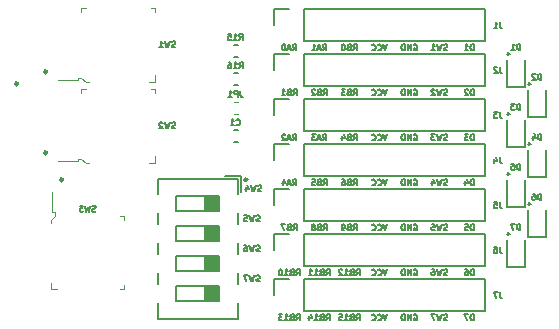
<source format=gbo>
%TF.GenerationSoftware,KiCad,Pcbnew,(5.1.6)-1*%
%TF.CreationDate,2020-07-31T18:02:46-07:00*%
%TF.ProjectId,dspic33ev256gm102,64737069-6333-4336-9576-323536676d31,rev?*%
%TF.SameCoordinates,Original*%
%TF.FileFunction,Legend,Bot*%
%TF.FilePolarity,Positive*%
%FSLAX46Y46*%
G04 Gerber Fmt 4.6, Leading zero omitted, Abs format (unit mm)*
G04 Created by KiCad (PCBNEW (5.1.6)-1) date 2020-07-31 18:02:46*
%MOMM*%
%LPD*%
G01*
G04 APERTURE LIST*
%ADD10C,0.254000*%
%ADD11C,0.127000*%
%ADD12C,0.120000*%
%ADD13C,0.100000*%
G04 APERTURE END LIST*
D10*
X172085000Y-89281000D02*
G75*
G03*
X172085000Y-89281000I-127000J0D01*
G01*
X155130500Y-86995000D02*
G75*
G03*
X155130500Y-86995000I-127000J0D01*
G01*
X155130500Y-80137000D02*
G75*
G03*
X155130500Y-80137000I-127000J0D01*
G01*
X156464000Y-89281000D02*
G75*
G03*
X156464000Y-89281000I-127000J0D01*
G01*
X152654000Y-81153000D02*
G75*
G03*
X152654000Y-81153000I-127000J0D01*
G01*
D11*
X194056000Y-93853000D02*
X194310000Y-93853000D01*
X194183000Y-93980000D02*
X194183000Y-93726000D01*
X195834000Y-91313000D02*
X196088000Y-91313000D01*
X195961000Y-91440000D02*
X195961000Y-91186000D01*
X194056000Y-88773000D02*
X194310000Y-88773000D01*
X194183000Y-88900000D02*
X194183000Y-88646000D01*
X195834000Y-86233000D02*
X196088000Y-86233000D01*
X195961000Y-86360000D02*
X195961000Y-86106000D01*
X194056000Y-83693000D02*
X194310000Y-83693000D01*
X194183000Y-83820000D02*
X194183000Y-83566000D01*
X194056000Y-78613000D02*
X194310000Y-78613000D01*
X194183000Y-78740000D02*
X194183000Y-78486000D01*
X195961000Y-81280000D02*
X195961000Y-81026000D01*
X195834000Y-81153000D02*
X196088000Y-81153000D01*
X173143333Y-97868619D02*
X173070761Y-97892809D01*
X172949809Y-97892809D01*
X172901428Y-97868619D01*
X172877238Y-97844428D01*
X172853047Y-97796047D01*
X172853047Y-97747666D01*
X172877238Y-97699285D01*
X172901428Y-97675095D01*
X172949809Y-97650904D01*
X173046571Y-97626714D01*
X173094952Y-97602523D01*
X173119142Y-97578333D01*
X173143333Y-97529952D01*
X173143333Y-97481571D01*
X173119142Y-97433190D01*
X173094952Y-97409000D01*
X173046571Y-97384809D01*
X172925619Y-97384809D01*
X172853047Y-97409000D01*
X172683714Y-97384809D02*
X172562761Y-97892809D01*
X172466000Y-97529952D01*
X172369238Y-97892809D01*
X172248285Y-97384809D01*
X172103142Y-97384809D02*
X171764476Y-97384809D01*
X171982190Y-97892809D01*
X173143333Y-95328619D02*
X173070761Y-95352809D01*
X172949809Y-95352809D01*
X172901428Y-95328619D01*
X172877238Y-95304428D01*
X172853047Y-95256047D01*
X172853047Y-95207666D01*
X172877238Y-95159285D01*
X172901428Y-95135095D01*
X172949809Y-95110904D01*
X173046571Y-95086714D01*
X173094952Y-95062523D01*
X173119142Y-95038333D01*
X173143333Y-94989952D01*
X173143333Y-94941571D01*
X173119142Y-94893190D01*
X173094952Y-94869000D01*
X173046571Y-94844809D01*
X172925619Y-94844809D01*
X172853047Y-94869000D01*
X172683714Y-94844809D02*
X172562761Y-95352809D01*
X172466000Y-94989952D01*
X172369238Y-95352809D01*
X172248285Y-94844809D01*
X171837047Y-94844809D02*
X171933809Y-94844809D01*
X171982190Y-94869000D01*
X172006380Y-94893190D01*
X172054761Y-94965761D01*
X172078952Y-95062523D01*
X172078952Y-95256047D01*
X172054761Y-95304428D01*
X172030571Y-95328619D01*
X171982190Y-95352809D01*
X171885428Y-95352809D01*
X171837047Y-95328619D01*
X171812857Y-95304428D01*
X171788666Y-95256047D01*
X171788666Y-95135095D01*
X171812857Y-95086714D01*
X171837047Y-95062523D01*
X171885428Y-95038333D01*
X171982190Y-95038333D01*
X172030571Y-95062523D01*
X172054761Y-95086714D01*
X172078952Y-95135095D01*
X173143333Y-92788619D02*
X173070761Y-92812809D01*
X172949809Y-92812809D01*
X172901428Y-92788619D01*
X172877238Y-92764428D01*
X172853047Y-92716047D01*
X172853047Y-92667666D01*
X172877238Y-92619285D01*
X172901428Y-92595095D01*
X172949809Y-92570904D01*
X173046571Y-92546714D01*
X173094952Y-92522523D01*
X173119142Y-92498333D01*
X173143333Y-92449952D01*
X173143333Y-92401571D01*
X173119142Y-92353190D01*
X173094952Y-92329000D01*
X173046571Y-92304809D01*
X172925619Y-92304809D01*
X172853047Y-92329000D01*
X172683714Y-92304809D02*
X172562761Y-92812809D01*
X172466000Y-92449952D01*
X172369238Y-92812809D01*
X172248285Y-92304809D01*
X171812857Y-92304809D02*
X172054761Y-92304809D01*
X172078952Y-92546714D01*
X172054761Y-92522523D01*
X172006380Y-92498333D01*
X171885428Y-92498333D01*
X171837047Y-92522523D01*
X171812857Y-92546714D01*
X171788666Y-92595095D01*
X171788666Y-92716047D01*
X171812857Y-92764428D01*
X171837047Y-92788619D01*
X171885428Y-92812809D01*
X172006380Y-92812809D01*
X172054761Y-92788619D01*
X172078952Y-92764428D01*
X173270333Y-90248619D02*
X173197761Y-90272809D01*
X173076809Y-90272809D01*
X173028428Y-90248619D01*
X173004238Y-90224428D01*
X172980047Y-90176047D01*
X172980047Y-90127666D01*
X173004238Y-90079285D01*
X173028428Y-90055095D01*
X173076809Y-90030904D01*
X173173571Y-90006714D01*
X173221952Y-89982523D01*
X173246142Y-89958333D01*
X173270333Y-89909952D01*
X173270333Y-89861571D01*
X173246142Y-89813190D01*
X173221952Y-89789000D01*
X173173571Y-89764809D01*
X173052619Y-89764809D01*
X172980047Y-89789000D01*
X172810714Y-89764809D02*
X172689761Y-90272809D01*
X172593000Y-89909952D01*
X172496238Y-90272809D01*
X172375285Y-89764809D01*
X171964047Y-89934142D02*
X171964047Y-90272809D01*
X172085000Y-89740619D02*
X172205952Y-90103476D01*
X171891476Y-90103476D01*
X178761571Y-101194809D02*
X178930904Y-100952904D01*
X179051857Y-101194809D02*
X179051857Y-100686809D01*
X178858333Y-100686809D01*
X178809952Y-100711000D01*
X178785761Y-100735190D01*
X178761571Y-100783571D01*
X178761571Y-100856142D01*
X178785761Y-100904523D01*
X178809952Y-100928714D01*
X178858333Y-100952904D01*
X179051857Y-100952904D01*
X178374523Y-100928714D02*
X178301952Y-100952904D01*
X178277761Y-100977095D01*
X178253571Y-101025476D01*
X178253571Y-101098047D01*
X178277761Y-101146428D01*
X178301952Y-101170619D01*
X178350333Y-101194809D01*
X178543857Y-101194809D01*
X178543857Y-100686809D01*
X178374523Y-100686809D01*
X178326142Y-100711000D01*
X178301952Y-100735190D01*
X178277761Y-100783571D01*
X178277761Y-100831952D01*
X178301952Y-100880333D01*
X178326142Y-100904523D01*
X178374523Y-100928714D01*
X178543857Y-100928714D01*
X177769761Y-101194809D02*
X178060047Y-101194809D01*
X177914904Y-101194809D02*
X177914904Y-100686809D01*
X177963285Y-100759380D01*
X178011666Y-100807761D01*
X178060047Y-100831952D01*
X177334333Y-100856142D02*
X177334333Y-101194809D01*
X177455285Y-100662619D02*
X177576238Y-101025476D01*
X177261761Y-101025476D01*
X189018333Y-101170619D02*
X188945761Y-101194809D01*
X188824809Y-101194809D01*
X188776428Y-101170619D01*
X188752238Y-101146428D01*
X188728047Y-101098047D01*
X188728047Y-101049666D01*
X188752238Y-101001285D01*
X188776428Y-100977095D01*
X188824809Y-100952904D01*
X188921571Y-100928714D01*
X188969952Y-100904523D01*
X188994142Y-100880333D01*
X189018333Y-100831952D01*
X189018333Y-100783571D01*
X188994142Y-100735190D01*
X188969952Y-100711000D01*
X188921571Y-100686809D01*
X188800619Y-100686809D01*
X188728047Y-100711000D01*
X188558714Y-100686809D02*
X188437761Y-101194809D01*
X188341000Y-100831952D01*
X188244238Y-101194809D01*
X188123285Y-100686809D01*
X187978142Y-100686809D02*
X187639476Y-100686809D01*
X187857190Y-101194809D01*
X176221571Y-101194809D02*
X176390904Y-100952904D01*
X176511857Y-101194809D02*
X176511857Y-100686809D01*
X176318333Y-100686809D01*
X176269952Y-100711000D01*
X176245761Y-100735190D01*
X176221571Y-100783571D01*
X176221571Y-100856142D01*
X176245761Y-100904523D01*
X176269952Y-100928714D01*
X176318333Y-100952904D01*
X176511857Y-100952904D01*
X175834523Y-100928714D02*
X175761952Y-100952904D01*
X175737761Y-100977095D01*
X175713571Y-101025476D01*
X175713571Y-101098047D01*
X175737761Y-101146428D01*
X175761952Y-101170619D01*
X175810333Y-101194809D01*
X176003857Y-101194809D01*
X176003857Y-100686809D01*
X175834523Y-100686809D01*
X175786142Y-100711000D01*
X175761952Y-100735190D01*
X175737761Y-100783571D01*
X175737761Y-100831952D01*
X175761952Y-100880333D01*
X175786142Y-100904523D01*
X175834523Y-100928714D01*
X176003857Y-100928714D01*
X175229761Y-101194809D02*
X175520047Y-101194809D01*
X175374904Y-101194809D02*
X175374904Y-100686809D01*
X175423285Y-100759380D01*
X175471666Y-100807761D01*
X175520047Y-100831952D01*
X175060428Y-100686809D02*
X174745952Y-100686809D01*
X174915285Y-100880333D01*
X174842714Y-100880333D01*
X174794333Y-100904523D01*
X174770142Y-100928714D01*
X174745952Y-100977095D01*
X174745952Y-101098047D01*
X174770142Y-101146428D01*
X174794333Y-101170619D01*
X174842714Y-101194809D01*
X174987857Y-101194809D01*
X175036238Y-101170619D01*
X175060428Y-101146428D01*
X181301571Y-101194809D02*
X181470904Y-100952904D01*
X181591857Y-101194809D02*
X181591857Y-100686809D01*
X181398333Y-100686809D01*
X181349952Y-100711000D01*
X181325761Y-100735190D01*
X181301571Y-100783571D01*
X181301571Y-100856142D01*
X181325761Y-100904523D01*
X181349952Y-100928714D01*
X181398333Y-100952904D01*
X181591857Y-100952904D01*
X180914523Y-100928714D02*
X180841952Y-100952904D01*
X180817761Y-100977095D01*
X180793571Y-101025476D01*
X180793571Y-101098047D01*
X180817761Y-101146428D01*
X180841952Y-101170619D01*
X180890333Y-101194809D01*
X181083857Y-101194809D01*
X181083857Y-100686809D01*
X180914523Y-100686809D01*
X180866142Y-100711000D01*
X180841952Y-100735190D01*
X180817761Y-100783571D01*
X180817761Y-100831952D01*
X180841952Y-100880333D01*
X180866142Y-100904523D01*
X180914523Y-100928714D01*
X181083857Y-100928714D01*
X180309761Y-101194809D02*
X180600047Y-101194809D01*
X180454904Y-101194809D02*
X180454904Y-100686809D01*
X180503285Y-100759380D01*
X180551666Y-100807761D01*
X180600047Y-100831952D01*
X179850142Y-100686809D02*
X180092047Y-100686809D01*
X180116238Y-100928714D01*
X180092047Y-100904523D01*
X180043666Y-100880333D01*
X179922714Y-100880333D01*
X179874333Y-100904523D01*
X179850142Y-100928714D01*
X179825952Y-100977095D01*
X179825952Y-101098047D01*
X179850142Y-101146428D01*
X179874333Y-101170619D01*
X179922714Y-101194809D01*
X180043666Y-101194809D01*
X180092047Y-101170619D01*
X180116238Y-101146428D01*
X183938333Y-100686809D02*
X183769000Y-101194809D01*
X183599666Y-100686809D01*
X183140047Y-101146428D02*
X183164238Y-101170619D01*
X183236809Y-101194809D01*
X183285190Y-101194809D01*
X183357761Y-101170619D01*
X183406142Y-101122238D01*
X183430333Y-101073857D01*
X183454523Y-100977095D01*
X183454523Y-100904523D01*
X183430333Y-100807761D01*
X183406142Y-100759380D01*
X183357761Y-100711000D01*
X183285190Y-100686809D01*
X183236809Y-100686809D01*
X183164238Y-100711000D01*
X183140047Y-100735190D01*
X182632047Y-101146428D02*
X182656238Y-101170619D01*
X182728809Y-101194809D01*
X182777190Y-101194809D01*
X182849761Y-101170619D01*
X182898142Y-101122238D01*
X182922333Y-101073857D01*
X182946523Y-100977095D01*
X182946523Y-100904523D01*
X182922333Y-100807761D01*
X182898142Y-100759380D01*
X182849761Y-100711000D01*
X182777190Y-100686809D01*
X182728809Y-100686809D01*
X182656238Y-100711000D01*
X182632047Y-100735190D01*
X186188047Y-100711000D02*
X186236428Y-100686809D01*
X186309000Y-100686809D01*
X186381571Y-100711000D01*
X186429952Y-100759380D01*
X186454142Y-100807761D01*
X186478333Y-100904523D01*
X186478333Y-100977095D01*
X186454142Y-101073857D01*
X186429952Y-101122238D01*
X186381571Y-101170619D01*
X186309000Y-101194809D01*
X186260619Y-101194809D01*
X186188047Y-101170619D01*
X186163857Y-101146428D01*
X186163857Y-100977095D01*
X186260619Y-100977095D01*
X185946142Y-101194809D02*
X185946142Y-100686809D01*
X185655857Y-101194809D01*
X185655857Y-100686809D01*
X185413952Y-101194809D02*
X185413952Y-100686809D01*
X185293000Y-100686809D01*
X185220428Y-100711000D01*
X185172047Y-100759380D01*
X185147857Y-100807761D01*
X185123666Y-100904523D01*
X185123666Y-100977095D01*
X185147857Y-101073857D01*
X185172047Y-101122238D01*
X185220428Y-101170619D01*
X185293000Y-101194809D01*
X185413952Y-101194809D01*
X191255952Y-101194809D02*
X191255952Y-100686809D01*
X191135000Y-100686809D01*
X191062428Y-100711000D01*
X191014047Y-100759380D01*
X190989857Y-100807761D01*
X190965666Y-100904523D01*
X190965666Y-100977095D01*
X190989857Y-101073857D01*
X191014047Y-101122238D01*
X191062428Y-101170619D01*
X191135000Y-101194809D01*
X191255952Y-101194809D01*
X190796333Y-100686809D02*
X190457666Y-100686809D01*
X190675380Y-101194809D01*
X178761571Y-97384809D02*
X178930904Y-97142904D01*
X179051857Y-97384809D02*
X179051857Y-96876809D01*
X178858333Y-96876809D01*
X178809952Y-96901000D01*
X178785761Y-96925190D01*
X178761571Y-96973571D01*
X178761571Y-97046142D01*
X178785761Y-97094523D01*
X178809952Y-97118714D01*
X178858333Y-97142904D01*
X179051857Y-97142904D01*
X178374523Y-97118714D02*
X178301952Y-97142904D01*
X178277761Y-97167095D01*
X178253571Y-97215476D01*
X178253571Y-97288047D01*
X178277761Y-97336428D01*
X178301952Y-97360619D01*
X178350333Y-97384809D01*
X178543857Y-97384809D01*
X178543857Y-96876809D01*
X178374523Y-96876809D01*
X178326142Y-96901000D01*
X178301952Y-96925190D01*
X178277761Y-96973571D01*
X178277761Y-97021952D01*
X178301952Y-97070333D01*
X178326142Y-97094523D01*
X178374523Y-97118714D01*
X178543857Y-97118714D01*
X177769761Y-97384809D02*
X178060047Y-97384809D01*
X177914904Y-97384809D02*
X177914904Y-96876809D01*
X177963285Y-96949380D01*
X178011666Y-96997761D01*
X178060047Y-97021952D01*
X177285952Y-97384809D02*
X177576238Y-97384809D01*
X177431095Y-97384809D02*
X177431095Y-96876809D01*
X177479476Y-96949380D01*
X177527857Y-96997761D01*
X177576238Y-97021952D01*
X189018333Y-97360619D02*
X188945761Y-97384809D01*
X188824809Y-97384809D01*
X188776428Y-97360619D01*
X188752238Y-97336428D01*
X188728047Y-97288047D01*
X188728047Y-97239666D01*
X188752238Y-97191285D01*
X188776428Y-97167095D01*
X188824809Y-97142904D01*
X188921571Y-97118714D01*
X188969952Y-97094523D01*
X188994142Y-97070333D01*
X189018333Y-97021952D01*
X189018333Y-96973571D01*
X188994142Y-96925190D01*
X188969952Y-96901000D01*
X188921571Y-96876809D01*
X188800619Y-96876809D01*
X188728047Y-96901000D01*
X188558714Y-96876809D02*
X188437761Y-97384809D01*
X188341000Y-97021952D01*
X188244238Y-97384809D01*
X188123285Y-96876809D01*
X187712047Y-96876809D02*
X187808809Y-96876809D01*
X187857190Y-96901000D01*
X187881380Y-96925190D01*
X187929761Y-96997761D01*
X187953952Y-97094523D01*
X187953952Y-97288047D01*
X187929761Y-97336428D01*
X187905571Y-97360619D01*
X187857190Y-97384809D01*
X187760428Y-97384809D01*
X187712047Y-97360619D01*
X187687857Y-97336428D01*
X187663666Y-97288047D01*
X187663666Y-97167095D01*
X187687857Y-97118714D01*
X187712047Y-97094523D01*
X187760428Y-97070333D01*
X187857190Y-97070333D01*
X187905571Y-97094523D01*
X187929761Y-97118714D01*
X187953952Y-97167095D01*
X176221571Y-97384809D02*
X176390904Y-97142904D01*
X176511857Y-97384809D02*
X176511857Y-96876809D01*
X176318333Y-96876809D01*
X176269952Y-96901000D01*
X176245761Y-96925190D01*
X176221571Y-96973571D01*
X176221571Y-97046142D01*
X176245761Y-97094523D01*
X176269952Y-97118714D01*
X176318333Y-97142904D01*
X176511857Y-97142904D01*
X175834523Y-97118714D02*
X175761952Y-97142904D01*
X175737761Y-97167095D01*
X175713571Y-97215476D01*
X175713571Y-97288047D01*
X175737761Y-97336428D01*
X175761952Y-97360619D01*
X175810333Y-97384809D01*
X176003857Y-97384809D01*
X176003857Y-96876809D01*
X175834523Y-96876809D01*
X175786142Y-96901000D01*
X175761952Y-96925190D01*
X175737761Y-96973571D01*
X175737761Y-97021952D01*
X175761952Y-97070333D01*
X175786142Y-97094523D01*
X175834523Y-97118714D01*
X176003857Y-97118714D01*
X175229761Y-97384809D02*
X175520047Y-97384809D01*
X175374904Y-97384809D02*
X175374904Y-96876809D01*
X175423285Y-96949380D01*
X175471666Y-96997761D01*
X175520047Y-97021952D01*
X174915285Y-96876809D02*
X174866904Y-96876809D01*
X174818523Y-96901000D01*
X174794333Y-96925190D01*
X174770142Y-96973571D01*
X174745952Y-97070333D01*
X174745952Y-97191285D01*
X174770142Y-97288047D01*
X174794333Y-97336428D01*
X174818523Y-97360619D01*
X174866904Y-97384809D01*
X174915285Y-97384809D01*
X174963666Y-97360619D01*
X174987857Y-97336428D01*
X175012047Y-97288047D01*
X175036238Y-97191285D01*
X175036238Y-97070333D01*
X175012047Y-96973571D01*
X174987857Y-96925190D01*
X174963666Y-96901000D01*
X174915285Y-96876809D01*
X181301571Y-97384809D02*
X181470904Y-97142904D01*
X181591857Y-97384809D02*
X181591857Y-96876809D01*
X181398333Y-96876809D01*
X181349952Y-96901000D01*
X181325761Y-96925190D01*
X181301571Y-96973571D01*
X181301571Y-97046142D01*
X181325761Y-97094523D01*
X181349952Y-97118714D01*
X181398333Y-97142904D01*
X181591857Y-97142904D01*
X180914523Y-97118714D02*
X180841952Y-97142904D01*
X180817761Y-97167095D01*
X180793571Y-97215476D01*
X180793571Y-97288047D01*
X180817761Y-97336428D01*
X180841952Y-97360619D01*
X180890333Y-97384809D01*
X181083857Y-97384809D01*
X181083857Y-96876809D01*
X180914523Y-96876809D01*
X180866142Y-96901000D01*
X180841952Y-96925190D01*
X180817761Y-96973571D01*
X180817761Y-97021952D01*
X180841952Y-97070333D01*
X180866142Y-97094523D01*
X180914523Y-97118714D01*
X181083857Y-97118714D01*
X180309761Y-97384809D02*
X180600047Y-97384809D01*
X180454904Y-97384809D02*
X180454904Y-96876809D01*
X180503285Y-96949380D01*
X180551666Y-96997761D01*
X180600047Y-97021952D01*
X180116238Y-96925190D02*
X180092047Y-96901000D01*
X180043666Y-96876809D01*
X179922714Y-96876809D01*
X179874333Y-96901000D01*
X179850142Y-96925190D01*
X179825952Y-96973571D01*
X179825952Y-97021952D01*
X179850142Y-97094523D01*
X180140428Y-97384809D01*
X179825952Y-97384809D01*
X183938333Y-96876809D02*
X183769000Y-97384809D01*
X183599666Y-96876809D01*
X183140047Y-97336428D02*
X183164238Y-97360619D01*
X183236809Y-97384809D01*
X183285190Y-97384809D01*
X183357761Y-97360619D01*
X183406142Y-97312238D01*
X183430333Y-97263857D01*
X183454523Y-97167095D01*
X183454523Y-97094523D01*
X183430333Y-96997761D01*
X183406142Y-96949380D01*
X183357761Y-96901000D01*
X183285190Y-96876809D01*
X183236809Y-96876809D01*
X183164238Y-96901000D01*
X183140047Y-96925190D01*
X182632047Y-97336428D02*
X182656238Y-97360619D01*
X182728809Y-97384809D01*
X182777190Y-97384809D01*
X182849761Y-97360619D01*
X182898142Y-97312238D01*
X182922333Y-97263857D01*
X182946523Y-97167095D01*
X182946523Y-97094523D01*
X182922333Y-96997761D01*
X182898142Y-96949380D01*
X182849761Y-96901000D01*
X182777190Y-96876809D01*
X182728809Y-96876809D01*
X182656238Y-96901000D01*
X182632047Y-96925190D01*
X186188047Y-96901000D02*
X186236428Y-96876809D01*
X186309000Y-96876809D01*
X186381571Y-96901000D01*
X186429952Y-96949380D01*
X186454142Y-96997761D01*
X186478333Y-97094523D01*
X186478333Y-97167095D01*
X186454142Y-97263857D01*
X186429952Y-97312238D01*
X186381571Y-97360619D01*
X186309000Y-97384809D01*
X186260619Y-97384809D01*
X186188047Y-97360619D01*
X186163857Y-97336428D01*
X186163857Y-97167095D01*
X186260619Y-97167095D01*
X185946142Y-97384809D02*
X185946142Y-96876809D01*
X185655857Y-97384809D01*
X185655857Y-96876809D01*
X185413952Y-97384809D02*
X185413952Y-96876809D01*
X185293000Y-96876809D01*
X185220428Y-96901000D01*
X185172047Y-96949380D01*
X185147857Y-96997761D01*
X185123666Y-97094523D01*
X185123666Y-97167095D01*
X185147857Y-97263857D01*
X185172047Y-97312238D01*
X185220428Y-97360619D01*
X185293000Y-97384809D01*
X185413952Y-97384809D01*
X191255952Y-97384809D02*
X191255952Y-96876809D01*
X191135000Y-96876809D01*
X191062428Y-96901000D01*
X191014047Y-96949380D01*
X190989857Y-96997761D01*
X190965666Y-97094523D01*
X190965666Y-97167095D01*
X190989857Y-97263857D01*
X191014047Y-97312238D01*
X191062428Y-97360619D01*
X191135000Y-97384809D01*
X191255952Y-97384809D01*
X190530238Y-96876809D02*
X190627000Y-96876809D01*
X190675380Y-96901000D01*
X190699571Y-96925190D01*
X190747952Y-96997761D01*
X190772142Y-97094523D01*
X190772142Y-97288047D01*
X190747952Y-97336428D01*
X190723761Y-97360619D01*
X190675380Y-97384809D01*
X190578619Y-97384809D01*
X190530238Y-97360619D01*
X190506047Y-97336428D01*
X190481857Y-97288047D01*
X190481857Y-97167095D01*
X190506047Y-97118714D01*
X190530238Y-97094523D01*
X190578619Y-97070333D01*
X190675380Y-97070333D01*
X190723761Y-97094523D01*
X190747952Y-97118714D01*
X190772142Y-97167095D01*
X178519666Y-93574809D02*
X178689000Y-93332904D01*
X178809952Y-93574809D02*
X178809952Y-93066809D01*
X178616428Y-93066809D01*
X178568047Y-93091000D01*
X178543857Y-93115190D01*
X178519666Y-93163571D01*
X178519666Y-93236142D01*
X178543857Y-93284523D01*
X178568047Y-93308714D01*
X178616428Y-93332904D01*
X178809952Y-93332904D01*
X178132619Y-93308714D02*
X178060047Y-93332904D01*
X178035857Y-93357095D01*
X178011666Y-93405476D01*
X178011666Y-93478047D01*
X178035857Y-93526428D01*
X178060047Y-93550619D01*
X178108428Y-93574809D01*
X178301952Y-93574809D01*
X178301952Y-93066809D01*
X178132619Y-93066809D01*
X178084238Y-93091000D01*
X178060047Y-93115190D01*
X178035857Y-93163571D01*
X178035857Y-93211952D01*
X178060047Y-93260333D01*
X178084238Y-93284523D01*
X178132619Y-93308714D01*
X178301952Y-93308714D01*
X177721380Y-93284523D02*
X177769761Y-93260333D01*
X177793952Y-93236142D01*
X177818142Y-93187761D01*
X177818142Y-93163571D01*
X177793952Y-93115190D01*
X177769761Y-93091000D01*
X177721380Y-93066809D01*
X177624619Y-93066809D01*
X177576238Y-93091000D01*
X177552047Y-93115190D01*
X177527857Y-93163571D01*
X177527857Y-93187761D01*
X177552047Y-93236142D01*
X177576238Y-93260333D01*
X177624619Y-93284523D01*
X177721380Y-93284523D01*
X177769761Y-93308714D01*
X177793952Y-93332904D01*
X177818142Y-93381285D01*
X177818142Y-93478047D01*
X177793952Y-93526428D01*
X177769761Y-93550619D01*
X177721380Y-93574809D01*
X177624619Y-93574809D01*
X177576238Y-93550619D01*
X177552047Y-93526428D01*
X177527857Y-93478047D01*
X177527857Y-93381285D01*
X177552047Y-93332904D01*
X177576238Y-93308714D01*
X177624619Y-93284523D01*
X189018333Y-93550619D02*
X188945761Y-93574809D01*
X188824809Y-93574809D01*
X188776428Y-93550619D01*
X188752238Y-93526428D01*
X188728047Y-93478047D01*
X188728047Y-93429666D01*
X188752238Y-93381285D01*
X188776428Y-93357095D01*
X188824809Y-93332904D01*
X188921571Y-93308714D01*
X188969952Y-93284523D01*
X188994142Y-93260333D01*
X189018333Y-93211952D01*
X189018333Y-93163571D01*
X188994142Y-93115190D01*
X188969952Y-93091000D01*
X188921571Y-93066809D01*
X188800619Y-93066809D01*
X188728047Y-93091000D01*
X188558714Y-93066809D02*
X188437761Y-93574809D01*
X188341000Y-93211952D01*
X188244238Y-93574809D01*
X188123285Y-93066809D01*
X187687857Y-93066809D02*
X187929761Y-93066809D01*
X187953952Y-93308714D01*
X187929761Y-93284523D01*
X187881380Y-93260333D01*
X187760428Y-93260333D01*
X187712047Y-93284523D01*
X187687857Y-93308714D01*
X187663666Y-93357095D01*
X187663666Y-93478047D01*
X187687857Y-93526428D01*
X187712047Y-93550619D01*
X187760428Y-93574809D01*
X187881380Y-93574809D01*
X187929761Y-93550619D01*
X187953952Y-93526428D01*
X175979666Y-93574809D02*
X176149000Y-93332904D01*
X176269952Y-93574809D02*
X176269952Y-93066809D01*
X176076428Y-93066809D01*
X176028047Y-93091000D01*
X176003857Y-93115190D01*
X175979666Y-93163571D01*
X175979666Y-93236142D01*
X176003857Y-93284523D01*
X176028047Y-93308714D01*
X176076428Y-93332904D01*
X176269952Y-93332904D01*
X175592619Y-93308714D02*
X175520047Y-93332904D01*
X175495857Y-93357095D01*
X175471666Y-93405476D01*
X175471666Y-93478047D01*
X175495857Y-93526428D01*
X175520047Y-93550619D01*
X175568428Y-93574809D01*
X175761952Y-93574809D01*
X175761952Y-93066809D01*
X175592619Y-93066809D01*
X175544238Y-93091000D01*
X175520047Y-93115190D01*
X175495857Y-93163571D01*
X175495857Y-93211952D01*
X175520047Y-93260333D01*
X175544238Y-93284523D01*
X175592619Y-93308714D01*
X175761952Y-93308714D01*
X175302333Y-93066809D02*
X174963666Y-93066809D01*
X175181380Y-93574809D01*
X181059666Y-93574809D02*
X181229000Y-93332904D01*
X181349952Y-93574809D02*
X181349952Y-93066809D01*
X181156428Y-93066809D01*
X181108047Y-93091000D01*
X181083857Y-93115190D01*
X181059666Y-93163571D01*
X181059666Y-93236142D01*
X181083857Y-93284523D01*
X181108047Y-93308714D01*
X181156428Y-93332904D01*
X181349952Y-93332904D01*
X180672619Y-93308714D02*
X180600047Y-93332904D01*
X180575857Y-93357095D01*
X180551666Y-93405476D01*
X180551666Y-93478047D01*
X180575857Y-93526428D01*
X180600047Y-93550619D01*
X180648428Y-93574809D01*
X180841952Y-93574809D01*
X180841952Y-93066809D01*
X180672619Y-93066809D01*
X180624238Y-93091000D01*
X180600047Y-93115190D01*
X180575857Y-93163571D01*
X180575857Y-93211952D01*
X180600047Y-93260333D01*
X180624238Y-93284523D01*
X180672619Y-93308714D01*
X180841952Y-93308714D01*
X180309761Y-93574809D02*
X180213000Y-93574809D01*
X180164619Y-93550619D01*
X180140428Y-93526428D01*
X180092047Y-93453857D01*
X180067857Y-93357095D01*
X180067857Y-93163571D01*
X180092047Y-93115190D01*
X180116238Y-93091000D01*
X180164619Y-93066809D01*
X180261380Y-93066809D01*
X180309761Y-93091000D01*
X180333952Y-93115190D01*
X180358142Y-93163571D01*
X180358142Y-93284523D01*
X180333952Y-93332904D01*
X180309761Y-93357095D01*
X180261380Y-93381285D01*
X180164619Y-93381285D01*
X180116238Y-93357095D01*
X180092047Y-93332904D01*
X180067857Y-93284523D01*
X183938333Y-93066809D02*
X183769000Y-93574809D01*
X183599666Y-93066809D01*
X183140047Y-93526428D02*
X183164238Y-93550619D01*
X183236809Y-93574809D01*
X183285190Y-93574809D01*
X183357761Y-93550619D01*
X183406142Y-93502238D01*
X183430333Y-93453857D01*
X183454523Y-93357095D01*
X183454523Y-93284523D01*
X183430333Y-93187761D01*
X183406142Y-93139380D01*
X183357761Y-93091000D01*
X183285190Y-93066809D01*
X183236809Y-93066809D01*
X183164238Y-93091000D01*
X183140047Y-93115190D01*
X182632047Y-93526428D02*
X182656238Y-93550619D01*
X182728809Y-93574809D01*
X182777190Y-93574809D01*
X182849761Y-93550619D01*
X182898142Y-93502238D01*
X182922333Y-93453857D01*
X182946523Y-93357095D01*
X182946523Y-93284523D01*
X182922333Y-93187761D01*
X182898142Y-93139380D01*
X182849761Y-93091000D01*
X182777190Y-93066809D01*
X182728809Y-93066809D01*
X182656238Y-93091000D01*
X182632047Y-93115190D01*
X186188047Y-93091000D02*
X186236428Y-93066809D01*
X186309000Y-93066809D01*
X186381571Y-93091000D01*
X186429952Y-93139380D01*
X186454142Y-93187761D01*
X186478333Y-93284523D01*
X186478333Y-93357095D01*
X186454142Y-93453857D01*
X186429952Y-93502238D01*
X186381571Y-93550619D01*
X186309000Y-93574809D01*
X186260619Y-93574809D01*
X186188047Y-93550619D01*
X186163857Y-93526428D01*
X186163857Y-93357095D01*
X186260619Y-93357095D01*
X185946142Y-93574809D02*
X185946142Y-93066809D01*
X185655857Y-93574809D01*
X185655857Y-93066809D01*
X185413952Y-93574809D02*
X185413952Y-93066809D01*
X185293000Y-93066809D01*
X185220428Y-93091000D01*
X185172047Y-93139380D01*
X185147857Y-93187761D01*
X185123666Y-93284523D01*
X185123666Y-93357095D01*
X185147857Y-93453857D01*
X185172047Y-93502238D01*
X185220428Y-93550619D01*
X185293000Y-93574809D01*
X185413952Y-93574809D01*
X191255952Y-93574809D02*
X191255952Y-93066809D01*
X191135000Y-93066809D01*
X191062428Y-93091000D01*
X191014047Y-93139380D01*
X190989857Y-93187761D01*
X190965666Y-93284523D01*
X190965666Y-93357095D01*
X190989857Y-93453857D01*
X191014047Y-93502238D01*
X191062428Y-93550619D01*
X191135000Y-93574809D01*
X191255952Y-93574809D01*
X190506047Y-93066809D02*
X190747952Y-93066809D01*
X190772142Y-93308714D01*
X190747952Y-93284523D01*
X190699571Y-93260333D01*
X190578619Y-93260333D01*
X190530238Y-93284523D01*
X190506047Y-93308714D01*
X190481857Y-93357095D01*
X190481857Y-93478047D01*
X190506047Y-93526428D01*
X190530238Y-93550619D01*
X190578619Y-93574809D01*
X190699571Y-93574809D01*
X190747952Y-93550619D01*
X190772142Y-93526428D01*
X178519666Y-89764809D02*
X178689000Y-89522904D01*
X178809952Y-89764809D02*
X178809952Y-89256809D01*
X178616428Y-89256809D01*
X178568047Y-89281000D01*
X178543857Y-89305190D01*
X178519666Y-89353571D01*
X178519666Y-89426142D01*
X178543857Y-89474523D01*
X178568047Y-89498714D01*
X178616428Y-89522904D01*
X178809952Y-89522904D01*
X178132619Y-89498714D02*
X178060047Y-89522904D01*
X178035857Y-89547095D01*
X178011666Y-89595476D01*
X178011666Y-89668047D01*
X178035857Y-89716428D01*
X178060047Y-89740619D01*
X178108428Y-89764809D01*
X178301952Y-89764809D01*
X178301952Y-89256809D01*
X178132619Y-89256809D01*
X178084238Y-89281000D01*
X178060047Y-89305190D01*
X178035857Y-89353571D01*
X178035857Y-89401952D01*
X178060047Y-89450333D01*
X178084238Y-89474523D01*
X178132619Y-89498714D01*
X178301952Y-89498714D01*
X177552047Y-89256809D02*
X177793952Y-89256809D01*
X177818142Y-89498714D01*
X177793952Y-89474523D01*
X177745571Y-89450333D01*
X177624619Y-89450333D01*
X177576238Y-89474523D01*
X177552047Y-89498714D01*
X177527857Y-89547095D01*
X177527857Y-89668047D01*
X177552047Y-89716428D01*
X177576238Y-89740619D01*
X177624619Y-89764809D01*
X177745571Y-89764809D01*
X177793952Y-89740619D01*
X177818142Y-89716428D01*
X189018333Y-89740619D02*
X188945761Y-89764809D01*
X188824809Y-89764809D01*
X188776428Y-89740619D01*
X188752238Y-89716428D01*
X188728047Y-89668047D01*
X188728047Y-89619666D01*
X188752238Y-89571285D01*
X188776428Y-89547095D01*
X188824809Y-89522904D01*
X188921571Y-89498714D01*
X188969952Y-89474523D01*
X188994142Y-89450333D01*
X189018333Y-89401952D01*
X189018333Y-89353571D01*
X188994142Y-89305190D01*
X188969952Y-89281000D01*
X188921571Y-89256809D01*
X188800619Y-89256809D01*
X188728047Y-89281000D01*
X188558714Y-89256809D02*
X188437761Y-89764809D01*
X188341000Y-89401952D01*
X188244238Y-89764809D01*
X188123285Y-89256809D01*
X187712047Y-89426142D02*
X187712047Y-89764809D01*
X187833000Y-89232619D02*
X187953952Y-89595476D01*
X187639476Y-89595476D01*
X175943380Y-89764809D02*
X176112714Y-89522904D01*
X176233666Y-89764809D02*
X176233666Y-89256809D01*
X176040142Y-89256809D01*
X175991761Y-89281000D01*
X175967571Y-89305190D01*
X175943380Y-89353571D01*
X175943380Y-89426142D01*
X175967571Y-89474523D01*
X175991761Y-89498714D01*
X176040142Y-89522904D01*
X176233666Y-89522904D01*
X175749857Y-89619666D02*
X175507952Y-89619666D01*
X175798238Y-89764809D02*
X175628904Y-89256809D01*
X175459571Y-89764809D01*
X175072523Y-89426142D02*
X175072523Y-89764809D01*
X175193476Y-89232619D02*
X175314428Y-89595476D01*
X174999952Y-89595476D01*
X181059666Y-89764809D02*
X181229000Y-89522904D01*
X181349952Y-89764809D02*
X181349952Y-89256809D01*
X181156428Y-89256809D01*
X181108047Y-89281000D01*
X181083857Y-89305190D01*
X181059666Y-89353571D01*
X181059666Y-89426142D01*
X181083857Y-89474523D01*
X181108047Y-89498714D01*
X181156428Y-89522904D01*
X181349952Y-89522904D01*
X180672619Y-89498714D02*
X180600047Y-89522904D01*
X180575857Y-89547095D01*
X180551666Y-89595476D01*
X180551666Y-89668047D01*
X180575857Y-89716428D01*
X180600047Y-89740619D01*
X180648428Y-89764809D01*
X180841952Y-89764809D01*
X180841952Y-89256809D01*
X180672619Y-89256809D01*
X180624238Y-89281000D01*
X180600047Y-89305190D01*
X180575857Y-89353571D01*
X180575857Y-89401952D01*
X180600047Y-89450333D01*
X180624238Y-89474523D01*
X180672619Y-89498714D01*
X180841952Y-89498714D01*
X180116238Y-89256809D02*
X180213000Y-89256809D01*
X180261380Y-89281000D01*
X180285571Y-89305190D01*
X180333952Y-89377761D01*
X180358142Y-89474523D01*
X180358142Y-89668047D01*
X180333952Y-89716428D01*
X180309761Y-89740619D01*
X180261380Y-89764809D01*
X180164619Y-89764809D01*
X180116238Y-89740619D01*
X180092047Y-89716428D01*
X180067857Y-89668047D01*
X180067857Y-89547095D01*
X180092047Y-89498714D01*
X180116238Y-89474523D01*
X180164619Y-89450333D01*
X180261380Y-89450333D01*
X180309761Y-89474523D01*
X180333952Y-89498714D01*
X180358142Y-89547095D01*
X183938333Y-89256809D02*
X183769000Y-89764809D01*
X183599666Y-89256809D01*
X183140047Y-89716428D02*
X183164238Y-89740619D01*
X183236809Y-89764809D01*
X183285190Y-89764809D01*
X183357761Y-89740619D01*
X183406142Y-89692238D01*
X183430333Y-89643857D01*
X183454523Y-89547095D01*
X183454523Y-89474523D01*
X183430333Y-89377761D01*
X183406142Y-89329380D01*
X183357761Y-89281000D01*
X183285190Y-89256809D01*
X183236809Y-89256809D01*
X183164238Y-89281000D01*
X183140047Y-89305190D01*
X182632047Y-89716428D02*
X182656238Y-89740619D01*
X182728809Y-89764809D01*
X182777190Y-89764809D01*
X182849761Y-89740619D01*
X182898142Y-89692238D01*
X182922333Y-89643857D01*
X182946523Y-89547095D01*
X182946523Y-89474523D01*
X182922333Y-89377761D01*
X182898142Y-89329380D01*
X182849761Y-89281000D01*
X182777190Y-89256809D01*
X182728809Y-89256809D01*
X182656238Y-89281000D01*
X182632047Y-89305190D01*
X186188047Y-89281000D02*
X186236428Y-89256809D01*
X186309000Y-89256809D01*
X186381571Y-89281000D01*
X186429952Y-89329380D01*
X186454142Y-89377761D01*
X186478333Y-89474523D01*
X186478333Y-89547095D01*
X186454142Y-89643857D01*
X186429952Y-89692238D01*
X186381571Y-89740619D01*
X186309000Y-89764809D01*
X186260619Y-89764809D01*
X186188047Y-89740619D01*
X186163857Y-89716428D01*
X186163857Y-89547095D01*
X186260619Y-89547095D01*
X185946142Y-89764809D02*
X185946142Y-89256809D01*
X185655857Y-89764809D01*
X185655857Y-89256809D01*
X185413952Y-89764809D02*
X185413952Y-89256809D01*
X185293000Y-89256809D01*
X185220428Y-89281000D01*
X185172047Y-89329380D01*
X185147857Y-89377761D01*
X185123666Y-89474523D01*
X185123666Y-89547095D01*
X185147857Y-89643857D01*
X185172047Y-89692238D01*
X185220428Y-89740619D01*
X185293000Y-89764809D01*
X185413952Y-89764809D01*
X191255952Y-89764809D02*
X191255952Y-89256809D01*
X191135000Y-89256809D01*
X191062428Y-89281000D01*
X191014047Y-89329380D01*
X190989857Y-89377761D01*
X190965666Y-89474523D01*
X190965666Y-89547095D01*
X190989857Y-89643857D01*
X191014047Y-89692238D01*
X191062428Y-89740619D01*
X191135000Y-89764809D01*
X191255952Y-89764809D01*
X190530238Y-89426142D02*
X190530238Y-89764809D01*
X190651190Y-89232619D02*
X190772142Y-89595476D01*
X190457666Y-89595476D01*
X178483380Y-85954809D02*
X178652714Y-85712904D01*
X178773666Y-85954809D02*
X178773666Y-85446809D01*
X178580142Y-85446809D01*
X178531761Y-85471000D01*
X178507571Y-85495190D01*
X178483380Y-85543571D01*
X178483380Y-85616142D01*
X178507571Y-85664523D01*
X178531761Y-85688714D01*
X178580142Y-85712904D01*
X178773666Y-85712904D01*
X178289857Y-85809666D02*
X178047952Y-85809666D01*
X178338238Y-85954809D02*
X178168904Y-85446809D01*
X177999571Y-85954809D01*
X177878619Y-85446809D02*
X177564142Y-85446809D01*
X177733476Y-85640333D01*
X177660904Y-85640333D01*
X177612523Y-85664523D01*
X177588333Y-85688714D01*
X177564142Y-85737095D01*
X177564142Y-85858047D01*
X177588333Y-85906428D01*
X177612523Y-85930619D01*
X177660904Y-85954809D01*
X177806047Y-85954809D01*
X177854428Y-85930619D01*
X177878619Y-85906428D01*
X189018333Y-85930619D02*
X188945761Y-85954809D01*
X188824809Y-85954809D01*
X188776428Y-85930619D01*
X188752238Y-85906428D01*
X188728047Y-85858047D01*
X188728047Y-85809666D01*
X188752238Y-85761285D01*
X188776428Y-85737095D01*
X188824809Y-85712904D01*
X188921571Y-85688714D01*
X188969952Y-85664523D01*
X188994142Y-85640333D01*
X189018333Y-85591952D01*
X189018333Y-85543571D01*
X188994142Y-85495190D01*
X188969952Y-85471000D01*
X188921571Y-85446809D01*
X188800619Y-85446809D01*
X188728047Y-85471000D01*
X188558714Y-85446809D02*
X188437761Y-85954809D01*
X188341000Y-85591952D01*
X188244238Y-85954809D01*
X188123285Y-85446809D01*
X187978142Y-85446809D02*
X187663666Y-85446809D01*
X187833000Y-85640333D01*
X187760428Y-85640333D01*
X187712047Y-85664523D01*
X187687857Y-85688714D01*
X187663666Y-85737095D01*
X187663666Y-85858047D01*
X187687857Y-85906428D01*
X187712047Y-85930619D01*
X187760428Y-85954809D01*
X187905571Y-85954809D01*
X187953952Y-85930619D01*
X187978142Y-85906428D01*
X175943380Y-85954809D02*
X176112714Y-85712904D01*
X176233666Y-85954809D02*
X176233666Y-85446809D01*
X176040142Y-85446809D01*
X175991761Y-85471000D01*
X175967571Y-85495190D01*
X175943380Y-85543571D01*
X175943380Y-85616142D01*
X175967571Y-85664523D01*
X175991761Y-85688714D01*
X176040142Y-85712904D01*
X176233666Y-85712904D01*
X175749857Y-85809666D02*
X175507952Y-85809666D01*
X175798238Y-85954809D02*
X175628904Y-85446809D01*
X175459571Y-85954809D01*
X175314428Y-85495190D02*
X175290238Y-85471000D01*
X175241857Y-85446809D01*
X175120904Y-85446809D01*
X175072523Y-85471000D01*
X175048333Y-85495190D01*
X175024142Y-85543571D01*
X175024142Y-85591952D01*
X175048333Y-85664523D01*
X175338619Y-85954809D01*
X175024142Y-85954809D01*
X181059666Y-85954809D02*
X181229000Y-85712904D01*
X181349952Y-85954809D02*
X181349952Y-85446809D01*
X181156428Y-85446809D01*
X181108047Y-85471000D01*
X181083857Y-85495190D01*
X181059666Y-85543571D01*
X181059666Y-85616142D01*
X181083857Y-85664523D01*
X181108047Y-85688714D01*
X181156428Y-85712904D01*
X181349952Y-85712904D01*
X180672619Y-85688714D02*
X180600047Y-85712904D01*
X180575857Y-85737095D01*
X180551666Y-85785476D01*
X180551666Y-85858047D01*
X180575857Y-85906428D01*
X180600047Y-85930619D01*
X180648428Y-85954809D01*
X180841952Y-85954809D01*
X180841952Y-85446809D01*
X180672619Y-85446809D01*
X180624238Y-85471000D01*
X180600047Y-85495190D01*
X180575857Y-85543571D01*
X180575857Y-85591952D01*
X180600047Y-85640333D01*
X180624238Y-85664523D01*
X180672619Y-85688714D01*
X180841952Y-85688714D01*
X180116238Y-85616142D02*
X180116238Y-85954809D01*
X180237190Y-85422619D02*
X180358142Y-85785476D01*
X180043666Y-85785476D01*
X183938333Y-85446809D02*
X183769000Y-85954809D01*
X183599666Y-85446809D01*
X183140047Y-85906428D02*
X183164238Y-85930619D01*
X183236809Y-85954809D01*
X183285190Y-85954809D01*
X183357761Y-85930619D01*
X183406142Y-85882238D01*
X183430333Y-85833857D01*
X183454523Y-85737095D01*
X183454523Y-85664523D01*
X183430333Y-85567761D01*
X183406142Y-85519380D01*
X183357761Y-85471000D01*
X183285190Y-85446809D01*
X183236809Y-85446809D01*
X183164238Y-85471000D01*
X183140047Y-85495190D01*
X182632047Y-85906428D02*
X182656238Y-85930619D01*
X182728809Y-85954809D01*
X182777190Y-85954809D01*
X182849761Y-85930619D01*
X182898142Y-85882238D01*
X182922333Y-85833857D01*
X182946523Y-85737095D01*
X182946523Y-85664523D01*
X182922333Y-85567761D01*
X182898142Y-85519380D01*
X182849761Y-85471000D01*
X182777190Y-85446809D01*
X182728809Y-85446809D01*
X182656238Y-85471000D01*
X182632047Y-85495190D01*
X186188047Y-85471000D02*
X186236428Y-85446809D01*
X186309000Y-85446809D01*
X186381571Y-85471000D01*
X186429952Y-85519380D01*
X186454142Y-85567761D01*
X186478333Y-85664523D01*
X186478333Y-85737095D01*
X186454142Y-85833857D01*
X186429952Y-85882238D01*
X186381571Y-85930619D01*
X186309000Y-85954809D01*
X186260619Y-85954809D01*
X186188047Y-85930619D01*
X186163857Y-85906428D01*
X186163857Y-85737095D01*
X186260619Y-85737095D01*
X185946142Y-85954809D02*
X185946142Y-85446809D01*
X185655857Y-85954809D01*
X185655857Y-85446809D01*
X185413952Y-85954809D02*
X185413952Y-85446809D01*
X185293000Y-85446809D01*
X185220428Y-85471000D01*
X185172047Y-85519380D01*
X185147857Y-85567761D01*
X185123666Y-85664523D01*
X185123666Y-85737095D01*
X185147857Y-85833857D01*
X185172047Y-85882238D01*
X185220428Y-85930619D01*
X185293000Y-85954809D01*
X185413952Y-85954809D01*
X191255952Y-85954809D02*
X191255952Y-85446809D01*
X191135000Y-85446809D01*
X191062428Y-85471000D01*
X191014047Y-85519380D01*
X190989857Y-85567761D01*
X190965666Y-85664523D01*
X190965666Y-85737095D01*
X190989857Y-85833857D01*
X191014047Y-85882238D01*
X191062428Y-85930619D01*
X191135000Y-85954809D01*
X191255952Y-85954809D01*
X190796333Y-85446809D02*
X190481857Y-85446809D01*
X190651190Y-85640333D01*
X190578619Y-85640333D01*
X190530238Y-85664523D01*
X190506047Y-85688714D01*
X190481857Y-85737095D01*
X190481857Y-85858047D01*
X190506047Y-85906428D01*
X190530238Y-85930619D01*
X190578619Y-85954809D01*
X190723761Y-85954809D01*
X190772142Y-85930619D01*
X190796333Y-85906428D01*
X189018333Y-78310619D02*
X188945761Y-78334809D01*
X188824809Y-78334809D01*
X188776428Y-78310619D01*
X188752238Y-78286428D01*
X188728047Y-78238047D01*
X188728047Y-78189666D01*
X188752238Y-78141285D01*
X188776428Y-78117095D01*
X188824809Y-78092904D01*
X188921571Y-78068714D01*
X188969952Y-78044523D01*
X188994142Y-78020333D01*
X189018333Y-77971952D01*
X189018333Y-77923571D01*
X188994142Y-77875190D01*
X188969952Y-77851000D01*
X188921571Y-77826809D01*
X188800619Y-77826809D01*
X188728047Y-77851000D01*
X188558714Y-77826809D02*
X188437761Y-78334809D01*
X188341000Y-77971952D01*
X188244238Y-78334809D01*
X188123285Y-77826809D01*
X187663666Y-78334809D02*
X187953952Y-78334809D01*
X187808809Y-78334809D02*
X187808809Y-77826809D01*
X187857190Y-77899380D01*
X187905571Y-77947761D01*
X187953952Y-77971952D01*
X191255952Y-78334809D02*
X191255952Y-77826809D01*
X191135000Y-77826809D01*
X191062428Y-77851000D01*
X191014047Y-77899380D01*
X190989857Y-77947761D01*
X190965666Y-78044523D01*
X190965666Y-78117095D01*
X190989857Y-78213857D01*
X191014047Y-78262238D01*
X191062428Y-78310619D01*
X191135000Y-78334809D01*
X191255952Y-78334809D01*
X190481857Y-78334809D02*
X190772142Y-78334809D01*
X190627000Y-78334809D02*
X190627000Y-77826809D01*
X190675380Y-77899380D01*
X190723761Y-77947761D01*
X190772142Y-77971952D01*
X183938333Y-77826809D02*
X183769000Y-78334809D01*
X183599666Y-77826809D01*
X183140047Y-78286428D02*
X183164238Y-78310619D01*
X183236809Y-78334809D01*
X183285190Y-78334809D01*
X183357761Y-78310619D01*
X183406142Y-78262238D01*
X183430333Y-78213857D01*
X183454523Y-78117095D01*
X183454523Y-78044523D01*
X183430333Y-77947761D01*
X183406142Y-77899380D01*
X183357761Y-77851000D01*
X183285190Y-77826809D01*
X183236809Y-77826809D01*
X183164238Y-77851000D01*
X183140047Y-77875190D01*
X182632047Y-78286428D02*
X182656238Y-78310619D01*
X182728809Y-78334809D01*
X182777190Y-78334809D01*
X182849761Y-78310619D01*
X182898142Y-78262238D01*
X182922333Y-78213857D01*
X182946523Y-78117095D01*
X182946523Y-78044523D01*
X182922333Y-77947761D01*
X182898142Y-77899380D01*
X182849761Y-77851000D01*
X182777190Y-77826809D01*
X182728809Y-77826809D01*
X182656238Y-77851000D01*
X182632047Y-77875190D01*
X186188047Y-77851000D02*
X186236428Y-77826809D01*
X186309000Y-77826809D01*
X186381571Y-77851000D01*
X186429952Y-77899380D01*
X186454142Y-77947761D01*
X186478333Y-78044523D01*
X186478333Y-78117095D01*
X186454142Y-78213857D01*
X186429952Y-78262238D01*
X186381571Y-78310619D01*
X186309000Y-78334809D01*
X186260619Y-78334809D01*
X186188047Y-78310619D01*
X186163857Y-78286428D01*
X186163857Y-78117095D01*
X186260619Y-78117095D01*
X185946142Y-78334809D02*
X185946142Y-77826809D01*
X185655857Y-78334809D01*
X185655857Y-77826809D01*
X185413952Y-78334809D02*
X185413952Y-77826809D01*
X185293000Y-77826809D01*
X185220428Y-77851000D01*
X185172047Y-77899380D01*
X185147857Y-77947761D01*
X185123666Y-78044523D01*
X185123666Y-78117095D01*
X185147857Y-78213857D01*
X185172047Y-78262238D01*
X185220428Y-78310619D01*
X185293000Y-78334809D01*
X185413952Y-78334809D01*
X175943380Y-78334809D02*
X176112714Y-78092904D01*
X176233666Y-78334809D02*
X176233666Y-77826809D01*
X176040142Y-77826809D01*
X175991761Y-77851000D01*
X175967571Y-77875190D01*
X175943380Y-77923571D01*
X175943380Y-77996142D01*
X175967571Y-78044523D01*
X175991761Y-78068714D01*
X176040142Y-78092904D01*
X176233666Y-78092904D01*
X175749857Y-78189666D02*
X175507952Y-78189666D01*
X175798238Y-78334809D02*
X175628904Y-77826809D01*
X175459571Y-78334809D01*
X175193476Y-77826809D02*
X175145095Y-77826809D01*
X175096714Y-77851000D01*
X175072523Y-77875190D01*
X175048333Y-77923571D01*
X175024142Y-78020333D01*
X175024142Y-78141285D01*
X175048333Y-78238047D01*
X175072523Y-78286428D01*
X175096714Y-78310619D01*
X175145095Y-78334809D01*
X175193476Y-78334809D01*
X175241857Y-78310619D01*
X175266047Y-78286428D01*
X175290238Y-78238047D01*
X175314428Y-78141285D01*
X175314428Y-78020333D01*
X175290238Y-77923571D01*
X175266047Y-77875190D01*
X175241857Y-77851000D01*
X175193476Y-77826809D01*
X178483380Y-78334809D02*
X178652714Y-78092904D01*
X178773666Y-78334809D02*
X178773666Y-77826809D01*
X178580142Y-77826809D01*
X178531761Y-77851000D01*
X178507571Y-77875190D01*
X178483380Y-77923571D01*
X178483380Y-77996142D01*
X178507571Y-78044523D01*
X178531761Y-78068714D01*
X178580142Y-78092904D01*
X178773666Y-78092904D01*
X178289857Y-78189666D02*
X178047952Y-78189666D01*
X178338238Y-78334809D02*
X178168904Y-77826809D01*
X177999571Y-78334809D01*
X177564142Y-78334809D02*
X177854428Y-78334809D01*
X177709285Y-78334809D02*
X177709285Y-77826809D01*
X177757666Y-77899380D01*
X177806047Y-77947761D01*
X177854428Y-77971952D01*
X181059666Y-78334809D02*
X181229000Y-78092904D01*
X181349952Y-78334809D02*
X181349952Y-77826809D01*
X181156428Y-77826809D01*
X181108047Y-77851000D01*
X181083857Y-77875190D01*
X181059666Y-77923571D01*
X181059666Y-77996142D01*
X181083857Y-78044523D01*
X181108047Y-78068714D01*
X181156428Y-78092904D01*
X181349952Y-78092904D01*
X180672619Y-78068714D02*
X180600047Y-78092904D01*
X180575857Y-78117095D01*
X180551666Y-78165476D01*
X180551666Y-78238047D01*
X180575857Y-78286428D01*
X180600047Y-78310619D01*
X180648428Y-78334809D01*
X180841952Y-78334809D01*
X180841952Y-77826809D01*
X180672619Y-77826809D01*
X180624238Y-77851000D01*
X180600047Y-77875190D01*
X180575857Y-77923571D01*
X180575857Y-77971952D01*
X180600047Y-78020333D01*
X180624238Y-78044523D01*
X180672619Y-78068714D01*
X180841952Y-78068714D01*
X180237190Y-77826809D02*
X180188809Y-77826809D01*
X180140428Y-77851000D01*
X180116238Y-77875190D01*
X180092047Y-77923571D01*
X180067857Y-78020333D01*
X180067857Y-78141285D01*
X180092047Y-78238047D01*
X180116238Y-78286428D01*
X180140428Y-78310619D01*
X180188809Y-78334809D01*
X180237190Y-78334809D01*
X180285571Y-78310619D01*
X180309761Y-78286428D01*
X180333952Y-78238047D01*
X180358142Y-78141285D01*
X180358142Y-78020333D01*
X180333952Y-77923571D01*
X180309761Y-77875190D01*
X180285571Y-77851000D01*
X180237190Y-77826809D01*
X189018333Y-82120619D02*
X188945761Y-82144809D01*
X188824809Y-82144809D01*
X188776428Y-82120619D01*
X188752238Y-82096428D01*
X188728047Y-82048047D01*
X188728047Y-81999666D01*
X188752238Y-81951285D01*
X188776428Y-81927095D01*
X188824809Y-81902904D01*
X188921571Y-81878714D01*
X188969952Y-81854523D01*
X188994142Y-81830333D01*
X189018333Y-81781952D01*
X189018333Y-81733571D01*
X188994142Y-81685190D01*
X188969952Y-81661000D01*
X188921571Y-81636809D01*
X188800619Y-81636809D01*
X188728047Y-81661000D01*
X188558714Y-81636809D02*
X188437761Y-82144809D01*
X188341000Y-81781952D01*
X188244238Y-82144809D01*
X188123285Y-81636809D01*
X187953952Y-81685190D02*
X187929761Y-81661000D01*
X187881380Y-81636809D01*
X187760428Y-81636809D01*
X187712047Y-81661000D01*
X187687857Y-81685190D01*
X187663666Y-81733571D01*
X187663666Y-81781952D01*
X187687857Y-81854523D01*
X187978142Y-82144809D01*
X187663666Y-82144809D01*
X191255952Y-82144809D02*
X191255952Y-81636809D01*
X191135000Y-81636809D01*
X191062428Y-81661000D01*
X191014047Y-81709380D01*
X190989857Y-81757761D01*
X190965666Y-81854523D01*
X190965666Y-81927095D01*
X190989857Y-82023857D01*
X191014047Y-82072238D01*
X191062428Y-82120619D01*
X191135000Y-82144809D01*
X191255952Y-82144809D01*
X190772142Y-81685190D02*
X190747952Y-81661000D01*
X190699571Y-81636809D01*
X190578619Y-81636809D01*
X190530238Y-81661000D01*
X190506047Y-81685190D01*
X190481857Y-81733571D01*
X190481857Y-81781952D01*
X190506047Y-81854523D01*
X190796333Y-82144809D01*
X190481857Y-82144809D01*
X183938333Y-81636809D02*
X183769000Y-82144809D01*
X183599666Y-81636809D01*
X183140047Y-82096428D02*
X183164238Y-82120619D01*
X183236809Y-82144809D01*
X183285190Y-82144809D01*
X183357761Y-82120619D01*
X183406142Y-82072238D01*
X183430333Y-82023857D01*
X183454523Y-81927095D01*
X183454523Y-81854523D01*
X183430333Y-81757761D01*
X183406142Y-81709380D01*
X183357761Y-81661000D01*
X183285190Y-81636809D01*
X183236809Y-81636809D01*
X183164238Y-81661000D01*
X183140047Y-81685190D01*
X182632047Y-82096428D02*
X182656238Y-82120619D01*
X182728809Y-82144809D01*
X182777190Y-82144809D01*
X182849761Y-82120619D01*
X182898142Y-82072238D01*
X182922333Y-82023857D01*
X182946523Y-81927095D01*
X182946523Y-81854523D01*
X182922333Y-81757761D01*
X182898142Y-81709380D01*
X182849761Y-81661000D01*
X182777190Y-81636809D01*
X182728809Y-81636809D01*
X182656238Y-81661000D01*
X182632047Y-81685190D01*
X178519666Y-82144809D02*
X178689000Y-81902904D01*
X178809952Y-82144809D02*
X178809952Y-81636809D01*
X178616428Y-81636809D01*
X178568047Y-81661000D01*
X178543857Y-81685190D01*
X178519666Y-81733571D01*
X178519666Y-81806142D01*
X178543857Y-81854523D01*
X178568047Y-81878714D01*
X178616428Y-81902904D01*
X178809952Y-81902904D01*
X178132619Y-81878714D02*
X178060047Y-81902904D01*
X178035857Y-81927095D01*
X178011666Y-81975476D01*
X178011666Y-82048047D01*
X178035857Y-82096428D01*
X178060047Y-82120619D01*
X178108428Y-82144809D01*
X178301952Y-82144809D01*
X178301952Y-81636809D01*
X178132619Y-81636809D01*
X178084238Y-81661000D01*
X178060047Y-81685190D01*
X178035857Y-81733571D01*
X178035857Y-81781952D01*
X178060047Y-81830333D01*
X178084238Y-81854523D01*
X178132619Y-81878714D01*
X178301952Y-81878714D01*
X177818142Y-81685190D02*
X177793952Y-81661000D01*
X177745571Y-81636809D01*
X177624619Y-81636809D01*
X177576238Y-81661000D01*
X177552047Y-81685190D01*
X177527857Y-81733571D01*
X177527857Y-81781952D01*
X177552047Y-81854523D01*
X177842333Y-82144809D01*
X177527857Y-82144809D01*
X181059666Y-82144809D02*
X181229000Y-81902904D01*
X181349952Y-82144809D02*
X181349952Y-81636809D01*
X181156428Y-81636809D01*
X181108047Y-81661000D01*
X181083857Y-81685190D01*
X181059666Y-81733571D01*
X181059666Y-81806142D01*
X181083857Y-81854523D01*
X181108047Y-81878714D01*
X181156428Y-81902904D01*
X181349952Y-81902904D01*
X180672619Y-81878714D02*
X180600047Y-81902904D01*
X180575857Y-81927095D01*
X180551666Y-81975476D01*
X180551666Y-82048047D01*
X180575857Y-82096428D01*
X180600047Y-82120619D01*
X180648428Y-82144809D01*
X180841952Y-82144809D01*
X180841952Y-81636809D01*
X180672619Y-81636809D01*
X180624238Y-81661000D01*
X180600047Y-81685190D01*
X180575857Y-81733571D01*
X180575857Y-81781952D01*
X180600047Y-81830333D01*
X180624238Y-81854523D01*
X180672619Y-81878714D01*
X180841952Y-81878714D01*
X180382333Y-81636809D02*
X180067857Y-81636809D01*
X180237190Y-81830333D01*
X180164619Y-81830333D01*
X180116238Y-81854523D01*
X180092047Y-81878714D01*
X180067857Y-81927095D01*
X180067857Y-82048047D01*
X180092047Y-82096428D01*
X180116238Y-82120619D01*
X180164619Y-82144809D01*
X180309761Y-82144809D01*
X180358142Y-82120619D01*
X180382333Y-82096428D01*
X175979666Y-82144809D02*
X176149000Y-81902904D01*
X176269952Y-82144809D02*
X176269952Y-81636809D01*
X176076428Y-81636809D01*
X176028047Y-81661000D01*
X176003857Y-81685190D01*
X175979666Y-81733571D01*
X175979666Y-81806142D01*
X176003857Y-81854523D01*
X176028047Y-81878714D01*
X176076428Y-81902904D01*
X176269952Y-81902904D01*
X175592619Y-81878714D02*
X175520047Y-81902904D01*
X175495857Y-81927095D01*
X175471666Y-81975476D01*
X175471666Y-82048047D01*
X175495857Y-82096428D01*
X175520047Y-82120619D01*
X175568428Y-82144809D01*
X175761952Y-82144809D01*
X175761952Y-81636809D01*
X175592619Y-81636809D01*
X175544238Y-81661000D01*
X175520047Y-81685190D01*
X175495857Y-81733571D01*
X175495857Y-81781952D01*
X175520047Y-81830333D01*
X175544238Y-81854523D01*
X175592619Y-81878714D01*
X175761952Y-81878714D01*
X174987857Y-82144809D02*
X175278142Y-82144809D01*
X175133000Y-82144809D02*
X175133000Y-81636809D01*
X175181380Y-81709380D01*
X175229761Y-81757761D01*
X175278142Y-81781952D01*
X186188047Y-81661000D02*
X186236428Y-81636809D01*
X186309000Y-81636809D01*
X186381571Y-81661000D01*
X186429952Y-81709380D01*
X186454142Y-81757761D01*
X186478333Y-81854523D01*
X186478333Y-81927095D01*
X186454142Y-82023857D01*
X186429952Y-82072238D01*
X186381571Y-82120619D01*
X186309000Y-82144809D01*
X186260619Y-82144809D01*
X186188047Y-82120619D01*
X186163857Y-82096428D01*
X186163857Y-81927095D01*
X186260619Y-81927095D01*
X185946142Y-82144809D02*
X185946142Y-81636809D01*
X185655857Y-82144809D01*
X185655857Y-81636809D01*
X185413952Y-82144809D02*
X185413952Y-81636809D01*
X185293000Y-81636809D01*
X185220428Y-81661000D01*
X185172047Y-81709380D01*
X185147857Y-81757761D01*
X185123666Y-81854523D01*
X185123666Y-81927095D01*
X185147857Y-82023857D01*
X185172047Y-82072238D01*
X185220428Y-82120619D01*
X185293000Y-82144809D01*
X185413952Y-82144809D01*
%TO.C,J3*%
X174311000Y-82490000D02*
X174311000Y-83820000D01*
X175641000Y-82490000D02*
X174311000Y-82490000D01*
X176911000Y-82490000D02*
X176911000Y-85150000D01*
X176911000Y-85150000D02*
X192211000Y-85150000D01*
X176911000Y-82490000D02*
X192211000Y-82490000D01*
X192211000Y-82490000D02*
X192211000Y-85150000D01*
%TO.C,R15*%
X171257279Y-78869000D02*
X170931721Y-78869000D01*
X171257279Y-77849000D02*
X170931721Y-77849000D01*
%TO.C,R16*%
X170931721Y-80262000D02*
X171257279Y-80262000D01*
X170931721Y-81282000D02*
X171257279Y-81282000D01*
%TO.C,J1*%
X174311000Y-74870000D02*
X174311000Y-76200000D01*
X175641000Y-74870000D02*
X174311000Y-74870000D01*
X176911000Y-74870000D02*
X176911000Y-77530000D01*
X176911000Y-77530000D02*
X192211000Y-77530000D01*
X176911000Y-74870000D02*
X192211000Y-74870000D01*
X192211000Y-74870000D02*
X192211000Y-77530000D01*
%TO.C,C1*%
X170931721Y-85088000D02*
X171257279Y-85088000D01*
X170931721Y-86108000D02*
X171257279Y-86108000D01*
%TO.C,D1*%
X194083000Y-81457000D02*
X194083000Y-79172000D01*
X195553000Y-81457000D02*
X194083000Y-81457000D01*
X195553000Y-79172000D02*
X195553000Y-81457000D01*
%TO.C,D2*%
X197331000Y-81712000D02*
X197331000Y-83997000D01*
X197331000Y-83997000D02*
X195861000Y-83997000D01*
X195861000Y-83997000D02*
X195861000Y-81712000D01*
%TO.C,D3*%
X194083000Y-86541166D02*
X194083000Y-84256166D01*
X195553000Y-86541166D02*
X194083000Y-86541166D01*
X195553000Y-84256166D02*
X195553000Y-86541166D01*
%TO.C,D4*%
X197331000Y-86804600D02*
X197331000Y-89089600D01*
X197331000Y-89089600D02*
X195861000Y-89089600D01*
X195861000Y-89089600D02*
X195861000Y-86804600D01*
%TO.C,D5*%
X194083000Y-91625332D02*
X194083000Y-89340332D01*
X195553000Y-91625332D02*
X194083000Y-91625332D01*
X195553000Y-89340332D02*
X195553000Y-91625332D01*
%TO.C,D6*%
X195861000Y-94157000D02*
X195861000Y-91872000D01*
X197331000Y-94157000D02*
X195861000Y-94157000D01*
X197331000Y-91872000D02*
X197331000Y-94157000D01*
%TO.C,D7*%
X195553000Y-94424500D02*
X195553000Y-96709500D01*
X195553000Y-96709500D02*
X194083000Y-96709500D01*
X194083000Y-96709500D02*
X194083000Y-94424500D01*
%TO.C,J2*%
X192211000Y-78680000D02*
X192211000Y-81340000D01*
X176911000Y-78680000D02*
X192211000Y-78680000D01*
X176911000Y-81340000D02*
X192211000Y-81340000D01*
X176911000Y-78680000D02*
X176911000Y-81340000D01*
X175641000Y-78680000D02*
X174311000Y-78680000D01*
X174311000Y-78680000D02*
X174311000Y-80010000D01*
%TO.C,J4*%
X192211000Y-86300000D02*
X192211000Y-88960000D01*
X176911000Y-86300000D02*
X192211000Y-86300000D01*
X176911000Y-88960000D02*
X192211000Y-88960000D01*
X176911000Y-86300000D02*
X176911000Y-88960000D01*
X175641000Y-86300000D02*
X174311000Y-86300000D01*
X174311000Y-86300000D02*
X174311000Y-87630000D01*
%TO.C,J5*%
X174311000Y-90110000D02*
X174311000Y-91440000D01*
X175641000Y-90110000D02*
X174311000Y-90110000D01*
X176911000Y-90110000D02*
X176911000Y-92770000D01*
X176911000Y-92770000D02*
X192211000Y-92770000D01*
X176911000Y-90110000D02*
X192211000Y-90110000D01*
X192211000Y-90110000D02*
X192211000Y-92770000D01*
%TO.C,J6*%
X174311000Y-93920000D02*
X174311000Y-95250000D01*
X175641000Y-93920000D02*
X174311000Y-93920000D01*
X176911000Y-93920000D02*
X176911000Y-96580000D01*
X176911000Y-96580000D02*
X192211000Y-96580000D01*
X176911000Y-93920000D02*
X192211000Y-93920000D01*
X192211000Y-93920000D02*
X192211000Y-96580000D01*
%TO.C,J7*%
X192211000Y-97730000D02*
X192211000Y-100390000D01*
X176911000Y-97730000D02*
X192211000Y-97730000D01*
X176911000Y-100390000D02*
X192211000Y-100390000D01*
X176911000Y-97730000D02*
X176911000Y-100390000D01*
X175641000Y-97730000D02*
X174311000Y-97730000D01*
X174311000Y-97730000D02*
X174311000Y-99060000D01*
%TO.C,SW4*%
X168497333Y-98298000D02*
X168497333Y-99568000D01*
X169704000Y-99498000D02*
X168497333Y-99498000D01*
X169704000Y-99378000D02*
X168497333Y-99378000D01*
X169704000Y-99258000D02*
X168497333Y-99258000D01*
X169704000Y-99138000D02*
X168497333Y-99138000D01*
X169704000Y-99018000D02*
X168497333Y-99018000D01*
X169704000Y-98898000D02*
X168497333Y-98898000D01*
X169704000Y-98778000D02*
X168497333Y-98778000D01*
X169704000Y-98658000D02*
X168497333Y-98658000D01*
X169704000Y-98538000D02*
X168497333Y-98538000D01*
X169704000Y-98418000D02*
X168497333Y-98418000D01*
X166084000Y-98298000D02*
X169704000Y-98298000D01*
X166084000Y-99568000D02*
X166084000Y-98298000D01*
X169704000Y-99568000D02*
X166084000Y-99568000D01*
X169704000Y-98298000D02*
X169704000Y-99568000D01*
X168497333Y-95758000D02*
X168497333Y-97028000D01*
X169704000Y-96958000D02*
X168497333Y-96958000D01*
X169704000Y-96838000D02*
X168497333Y-96838000D01*
X169704000Y-96718000D02*
X168497333Y-96718000D01*
X169704000Y-96598000D02*
X168497333Y-96598000D01*
X169704000Y-96478000D02*
X168497333Y-96478000D01*
X169704000Y-96358000D02*
X168497333Y-96358000D01*
X169704000Y-96238000D02*
X168497333Y-96238000D01*
X169704000Y-96118000D02*
X168497333Y-96118000D01*
X169704000Y-95998000D02*
X168497333Y-95998000D01*
X169704000Y-95878000D02*
X168497333Y-95878000D01*
X166084000Y-95758000D02*
X169704000Y-95758000D01*
X166084000Y-97028000D02*
X166084000Y-95758000D01*
X169704000Y-97028000D02*
X166084000Y-97028000D01*
X169704000Y-95758000D02*
X169704000Y-97028000D01*
X168497333Y-93218000D02*
X168497333Y-94488000D01*
X169704000Y-94418000D02*
X168497333Y-94418000D01*
X169704000Y-94298000D02*
X168497333Y-94298000D01*
X169704000Y-94178000D02*
X168497333Y-94178000D01*
X169704000Y-94058000D02*
X168497333Y-94058000D01*
X169704000Y-93938000D02*
X168497333Y-93938000D01*
X169704000Y-93818000D02*
X168497333Y-93818000D01*
X169704000Y-93698000D02*
X168497333Y-93698000D01*
X169704000Y-93578000D02*
X168497333Y-93578000D01*
X169704000Y-93458000D02*
X168497333Y-93458000D01*
X169704000Y-93338000D02*
X168497333Y-93338000D01*
X166084000Y-93218000D02*
X169704000Y-93218000D01*
X166084000Y-94488000D02*
X166084000Y-93218000D01*
X169704000Y-94488000D02*
X166084000Y-94488000D01*
X169704000Y-93218000D02*
X169704000Y-94488000D01*
X168497333Y-90678000D02*
X168497333Y-91948000D01*
X169704000Y-91878000D02*
X168497333Y-91878000D01*
X169704000Y-91758000D02*
X168497333Y-91758000D01*
X169704000Y-91638000D02*
X168497333Y-91638000D01*
X169704000Y-91518000D02*
X168497333Y-91518000D01*
X169704000Y-91398000D02*
X168497333Y-91398000D01*
X169704000Y-91278000D02*
X168497333Y-91278000D01*
X169704000Y-91158000D02*
X168497333Y-91158000D01*
X169704000Y-91038000D02*
X168497333Y-91038000D01*
X169704000Y-90918000D02*
X168497333Y-90918000D01*
X169704000Y-90798000D02*
X168497333Y-90798000D01*
X166084000Y-90678000D02*
X169704000Y-90678000D01*
X166084000Y-91948000D02*
X166084000Y-90678000D01*
X169704000Y-91948000D02*
X166084000Y-91948000D01*
X169704000Y-90678000D02*
X169704000Y-91948000D01*
X171544000Y-88963000D02*
X171544000Y-90346000D01*
X171544000Y-88963000D02*
X170161000Y-88963000D01*
X164484000Y-92113000D02*
X164484000Y-93053000D01*
X164484000Y-89203000D02*
X164484000Y-90513000D01*
X164484000Y-94653000D02*
X164484000Y-95593000D01*
X164484000Y-97193000D02*
X164484000Y-98133000D01*
X164484000Y-99733000D02*
X164484000Y-101043000D01*
X171304000Y-99733000D02*
X171304000Y-101043000D01*
X171304000Y-97193000D02*
X171304000Y-98133000D01*
X171304000Y-94653000D02*
X171304000Y-95593000D01*
X171304000Y-92113000D02*
X171304000Y-93053000D01*
X171304000Y-89203000D02*
X171304000Y-90513000D01*
X171304000Y-101043000D02*
X164484000Y-101043000D01*
X171304000Y-89203000D02*
X164484000Y-89203000D01*
D12*
%TO.C,JP1*%
X170931721Y-83695000D02*
X171257279Y-83695000D01*
X170931721Y-82675000D02*
X171257279Y-82675000D01*
D13*
%TO.C,SW1*%
X158388000Y-80976000D02*
X158688000Y-80976000D01*
X158388000Y-80976000D02*
X158038000Y-80651000D01*
X158038000Y-80651000D02*
X157738000Y-80651000D01*
X157738000Y-80651000D02*
X157738000Y-80876000D01*
X157738000Y-80876000D02*
X156088000Y-80876000D01*
X164288000Y-80426000D02*
X164288000Y-80976000D01*
X164288000Y-80976000D02*
X163788000Y-80976000D01*
X158438000Y-74726000D02*
X158038000Y-74726000D01*
X158038000Y-74726000D02*
X158038000Y-75126000D01*
X164288000Y-75101000D02*
X164288000Y-74726000D01*
X164288000Y-74726000D02*
X163913000Y-74726000D01*
%TO.C,SW2*%
X164288000Y-81584000D02*
X163913000Y-81584000D01*
X164288000Y-81959000D02*
X164288000Y-81584000D01*
X158038000Y-81584000D02*
X158038000Y-81984000D01*
X158438000Y-81584000D02*
X158038000Y-81584000D01*
X164288000Y-87834000D02*
X163788000Y-87834000D01*
X164288000Y-87284000D02*
X164288000Y-87834000D01*
X157738000Y-87734000D02*
X156088000Y-87734000D01*
X157738000Y-87509000D02*
X157738000Y-87734000D01*
X158038000Y-87509000D02*
X157738000Y-87509000D01*
X158388000Y-87834000D02*
X158038000Y-87509000D01*
X158388000Y-87834000D02*
X158688000Y-87834000D01*
%TO.C,SW3*%
X155434500Y-92665500D02*
X155434500Y-92965500D01*
X155434500Y-92665500D02*
X155759500Y-92315500D01*
X155759500Y-92315500D02*
X155759500Y-92015500D01*
X155759500Y-92015500D02*
X155534500Y-92015500D01*
X155534500Y-92015500D02*
X155534500Y-90365500D01*
X155984500Y-98565500D02*
X155434500Y-98565500D01*
X155434500Y-98565500D02*
X155434500Y-98065500D01*
X161684500Y-92715500D02*
X161684500Y-92315500D01*
X161684500Y-92315500D02*
X161284500Y-92315500D01*
X161309500Y-98565500D02*
X161684500Y-98565500D01*
X161684500Y-98565500D02*
X161684500Y-98190500D01*
%TO.C,J3*%
D11*
X193463333Y-83541809D02*
X193463333Y-83904666D01*
X193487523Y-83977238D01*
X193535904Y-84025619D01*
X193608476Y-84049809D01*
X193656857Y-84049809D01*
X193269809Y-83541809D02*
X192955333Y-83541809D01*
X193124666Y-83735333D01*
X193052095Y-83735333D01*
X193003714Y-83759523D01*
X192979523Y-83783714D01*
X192955333Y-83832095D01*
X192955333Y-83953047D01*
X192979523Y-84001428D01*
X193003714Y-84025619D01*
X193052095Y-84049809D01*
X193197238Y-84049809D01*
X193245619Y-84025619D01*
X193269809Y-84001428D01*
%TO.C,R15*%
X171395571Y-77445809D02*
X171564904Y-77203904D01*
X171685857Y-77445809D02*
X171685857Y-76937809D01*
X171492333Y-76937809D01*
X171443952Y-76962000D01*
X171419761Y-76986190D01*
X171395571Y-77034571D01*
X171395571Y-77107142D01*
X171419761Y-77155523D01*
X171443952Y-77179714D01*
X171492333Y-77203904D01*
X171685857Y-77203904D01*
X170911761Y-77445809D02*
X171202047Y-77445809D01*
X171056904Y-77445809D02*
X171056904Y-76937809D01*
X171105285Y-77010380D01*
X171153666Y-77058761D01*
X171202047Y-77082952D01*
X170452142Y-76937809D02*
X170694047Y-76937809D01*
X170718238Y-77179714D01*
X170694047Y-77155523D01*
X170645666Y-77131333D01*
X170524714Y-77131333D01*
X170476333Y-77155523D01*
X170452142Y-77179714D01*
X170427952Y-77228095D01*
X170427952Y-77349047D01*
X170452142Y-77397428D01*
X170476333Y-77421619D01*
X170524714Y-77445809D01*
X170645666Y-77445809D01*
X170694047Y-77421619D01*
X170718238Y-77397428D01*
%TO.C,R16*%
X171421071Y-79858809D02*
X171590404Y-79616904D01*
X171711357Y-79858809D02*
X171711357Y-79350809D01*
X171517833Y-79350809D01*
X171469452Y-79375000D01*
X171445261Y-79399190D01*
X171421071Y-79447571D01*
X171421071Y-79520142D01*
X171445261Y-79568523D01*
X171469452Y-79592714D01*
X171517833Y-79616904D01*
X171711357Y-79616904D01*
X170937261Y-79858809D02*
X171227547Y-79858809D01*
X171082404Y-79858809D02*
X171082404Y-79350809D01*
X171130785Y-79423380D01*
X171179166Y-79471761D01*
X171227547Y-79495952D01*
X170501833Y-79350809D02*
X170598595Y-79350809D01*
X170646976Y-79375000D01*
X170671166Y-79399190D01*
X170719547Y-79471761D01*
X170743738Y-79568523D01*
X170743738Y-79762047D01*
X170719547Y-79810428D01*
X170695357Y-79834619D01*
X170646976Y-79858809D01*
X170550214Y-79858809D01*
X170501833Y-79834619D01*
X170477642Y-79810428D01*
X170453452Y-79762047D01*
X170453452Y-79641095D01*
X170477642Y-79592714D01*
X170501833Y-79568523D01*
X170550214Y-79544333D01*
X170646976Y-79544333D01*
X170695357Y-79568523D01*
X170719547Y-79592714D01*
X170743738Y-79641095D01*
%TO.C,J1*%
X193463333Y-75921809D02*
X193463333Y-76284666D01*
X193487523Y-76357238D01*
X193535904Y-76405619D01*
X193608476Y-76429809D01*
X193656857Y-76429809D01*
X192955333Y-76429809D02*
X193245619Y-76429809D01*
X193100476Y-76429809D02*
X193100476Y-75921809D01*
X193148857Y-75994380D01*
X193197238Y-76042761D01*
X193245619Y-76066952D01*
%TO.C,C1*%
X171153666Y-84636428D02*
X171177857Y-84660619D01*
X171250428Y-84684809D01*
X171298809Y-84684809D01*
X171371380Y-84660619D01*
X171419761Y-84612238D01*
X171443952Y-84563857D01*
X171468142Y-84467095D01*
X171468142Y-84394523D01*
X171443952Y-84297761D01*
X171419761Y-84249380D01*
X171371380Y-84201000D01*
X171298809Y-84176809D01*
X171250428Y-84176809D01*
X171177857Y-84201000D01*
X171153666Y-84225190D01*
X170669857Y-84684809D02*
X170960142Y-84684809D01*
X170815000Y-84684809D02*
X170815000Y-84176809D01*
X170863380Y-84249380D01*
X170911761Y-84297761D01*
X170960142Y-84321952D01*
%TO.C,D1*%
X195192952Y-78271309D02*
X195192952Y-77763309D01*
X195072000Y-77763309D01*
X194999428Y-77787500D01*
X194951047Y-77835880D01*
X194926857Y-77884261D01*
X194902666Y-77981023D01*
X194902666Y-78053595D01*
X194926857Y-78150357D01*
X194951047Y-78198738D01*
X194999428Y-78247119D01*
X195072000Y-78271309D01*
X195192952Y-78271309D01*
X194418857Y-78271309D02*
X194709142Y-78271309D01*
X194564000Y-78271309D02*
X194564000Y-77763309D01*
X194612380Y-77835880D01*
X194660761Y-77884261D01*
X194709142Y-77908452D01*
%TO.C,D2*%
X196970952Y-80811309D02*
X196970952Y-80303309D01*
X196850000Y-80303309D01*
X196777428Y-80327500D01*
X196729047Y-80375880D01*
X196704857Y-80424261D01*
X196680666Y-80521023D01*
X196680666Y-80593595D01*
X196704857Y-80690357D01*
X196729047Y-80738738D01*
X196777428Y-80787119D01*
X196850000Y-80811309D01*
X196970952Y-80811309D01*
X196487142Y-80351690D02*
X196462952Y-80327500D01*
X196414571Y-80303309D01*
X196293619Y-80303309D01*
X196245238Y-80327500D01*
X196221047Y-80351690D01*
X196196857Y-80400071D01*
X196196857Y-80448452D01*
X196221047Y-80521023D01*
X196511333Y-80811309D01*
X196196857Y-80811309D01*
%TO.C,D3*%
X195192952Y-83351309D02*
X195192952Y-82843309D01*
X195072000Y-82843309D01*
X194999428Y-82867500D01*
X194951047Y-82915880D01*
X194926857Y-82964261D01*
X194902666Y-83061023D01*
X194902666Y-83133595D01*
X194926857Y-83230357D01*
X194951047Y-83278738D01*
X194999428Y-83327119D01*
X195072000Y-83351309D01*
X195192952Y-83351309D01*
X194733333Y-82843309D02*
X194418857Y-82843309D01*
X194588190Y-83036833D01*
X194515619Y-83036833D01*
X194467238Y-83061023D01*
X194443047Y-83085214D01*
X194418857Y-83133595D01*
X194418857Y-83254547D01*
X194443047Y-83302928D01*
X194467238Y-83327119D01*
X194515619Y-83351309D01*
X194660761Y-83351309D01*
X194709142Y-83327119D01*
X194733333Y-83302928D01*
%TO.C,D4*%
X196970952Y-85891309D02*
X196970952Y-85383309D01*
X196850000Y-85383309D01*
X196777428Y-85407500D01*
X196729047Y-85455880D01*
X196704857Y-85504261D01*
X196680666Y-85601023D01*
X196680666Y-85673595D01*
X196704857Y-85770357D01*
X196729047Y-85818738D01*
X196777428Y-85867119D01*
X196850000Y-85891309D01*
X196970952Y-85891309D01*
X196245238Y-85552642D02*
X196245238Y-85891309D01*
X196366190Y-85359119D02*
X196487142Y-85721976D01*
X196172666Y-85721976D01*
%TO.C,D5*%
X195192952Y-88431309D02*
X195192952Y-87923309D01*
X195072000Y-87923309D01*
X194999428Y-87947500D01*
X194951047Y-87995880D01*
X194926857Y-88044261D01*
X194902666Y-88141023D01*
X194902666Y-88213595D01*
X194926857Y-88310357D01*
X194951047Y-88358738D01*
X194999428Y-88407119D01*
X195072000Y-88431309D01*
X195192952Y-88431309D01*
X194443047Y-87923309D02*
X194684952Y-87923309D01*
X194709142Y-88165214D01*
X194684952Y-88141023D01*
X194636571Y-88116833D01*
X194515619Y-88116833D01*
X194467238Y-88141023D01*
X194443047Y-88165214D01*
X194418857Y-88213595D01*
X194418857Y-88334547D01*
X194443047Y-88382928D01*
X194467238Y-88407119D01*
X194515619Y-88431309D01*
X194636571Y-88431309D01*
X194684952Y-88407119D01*
X194709142Y-88382928D01*
%TO.C,D6*%
X196970952Y-90971309D02*
X196970952Y-90463309D01*
X196850000Y-90463309D01*
X196777428Y-90487500D01*
X196729047Y-90535880D01*
X196704857Y-90584261D01*
X196680666Y-90681023D01*
X196680666Y-90753595D01*
X196704857Y-90850357D01*
X196729047Y-90898738D01*
X196777428Y-90947119D01*
X196850000Y-90971309D01*
X196970952Y-90971309D01*
X196245238Y-90463309D02*
X196342000Y-90463309D01*
X196390380Y-90487500D01*
X196414571Y-90511690D01*
X196462952Y-90584261D01*
X196487142Y-90681023D01*
X196487142Y-90874547D01*
X196462952Y-90922928D01*
X196438761Y-90947119D01*
X196390380Y-90971309D01*
X196293619Y-90971309D01*
X196245238Y-90947119D01*
X196221047Y-90922928D01*
X196196857Y-90874547D01*
X196196857Y-90753595D01*
X196221047Y-90705214D01*
X196245238Y-90681023D01*
X196293619Y-90656833D01*
X196390380Y-90656833D01*
X196438761Y-90681023D01*
X196462952Y-90705214D01*
X196487142Y-90753595D01*
%TO.C,D7*%
X195192952Y-93511309D02*
X195192952Y-93003309D01*
X195072000Y-93003309D01*
X194999428Y-93027500D01*
X194951047Y-93075880D01*
X194926857Y-93124261D01*
X194902666Y-93221023D01*
X194902666Y-93293595D01*
X194926857Y-93390357D01*
X194951047Y-93438738D01*
X194999428Y-93487119D01*
X195072000Y-93511309D01*
X195192952Y-93511309D01*
X194733333Y-93003309D02*
X194394666Y-93003309D01*
X194612380Y-93511309D01*
%TO.C,J2*%
X193463333Y-79731809D02*
X193463333Y-80094666D01*
X193487523Y-80167238D01*
X193535904Y-80215619D01*
X193608476Y-80239809D01*
X193656857Y-80239809D01*
X193245619Y-79780190D02*
X193221428Y-79756000D01*
X193173047Y-79731809D01*
X193052095Y-79731809D01*
X193003714Y-79756000D01*
X192979523Y-79780190D01*
X192955333Y-79828571D01*
X192955333Y-79876952D01*
X192979523Y-79949523D01*
X193269809Y-80239809D01*
X192955333Y-80239809D01*
%TO.C,J4*%
X193463333Y-87351809D02*
X193463333Y-87714666D01*
X193487523Y-87787238D01*
X193535904Y-87835619D01*
X193608476Y-87859809D01*
X193656857Y-87859809D01*
X193003714Y-87521142D02*
X193003714Y-87859809D01*
X193124666Y-87327619D02*
X193245619Y-87690476D01*
X192931142Y-87690476D01*
%TO.C,J5*%
X193463333Y-91161809D02*
X193463333Y-91524666D01*
X193487523Y-91597238D01*
X193535904Y-91645619D01*
X193608476Y-91669809D01*
X193656857Y-91669809D01*
X192979523Y-91161809D02*
X193221428Y-91161809D01*
X193245619Y-91403714D01*
X193221428Y-91379523D01*
X193173047Y-91355333D01*
X193052095Y-91355333D01*
X193003714Y-91379523D01*
X192979523Y-91403714D01*
X192955333Y-91452095D01*
X192955333Y-91573047D01*
X192979523Y-91621428D01*
X193003714Y-91645619D01*
X193052095Y-91669809D01*
X193173047Y-91669809D01*
X193221428Y-91645619D01*
X193245619Y-91621428D01*
%TO.C,J6*%
X193463333Y-94971809D02*
X193463333Y-95334666D01*
X193487523Y-95407238D01*
X193535904Y-95455619D01*
X193608476Y-95479809D01*
X193656857Y-95479809D01*
X193003714Y-94971809D02*
X193100476Y-94971809D01*
X193148857Y-94996000D01*
X193173047Y-95020190D01*
X193221428Y-95092761D01*
X193245619Y-95189523D01*
X193245619Y-95383047D01*
X193221428Y-95431428D01*
X193197238Y-95455619D01*
X193148857Y-95479809D01*
X193052095Y-95479809D01*
X193003714Y-95455619D01*
X192979523Y-95431428D01*
X192955333Y-95383047D01*
X192955333Y-95262095D01*
X192979523Y-95213714D01*
X193003714Y-95189523D01*
X193052095Y-95165333D01*
X193148857Y-95165333D01*
X193197238Y-95189523D01*
X193221428Y-95213714D01*
X193245619Y-95262095D01*
%TO.C,J7*%
X193463333Y-98781809D02*
X193463333Y-99144666D01*
X193487523Y-99217238D01*
X193535904Y-99265619D01*
X193608476Y-99289809D01*
X193656857Y-99289809D01*
X193269809Y-98781809D02*
X192931142Y-98781809D01*
X193148857Y-99289809D01*
%TO.C,JP1*%
X171502833Y-81763809D02*
X171502833Y-82126666D01*
X171527023Y-82199238D01*
X171575404Y-82247619D01*
X171647976Y-82271809D01*
X171696357Y-82271809D01*
X171260928Y-82271809D02*
X171260928Y-81763809D01*
X171067404Y-81763809D01*
X171019023Y-81788000D01*
X170994833Y-81812190D01*
X170970642Y-81860571D01*
X170970642Y-81933142D01*
X170994833Y-81981523D01*
X171019023Y-82005714D01*
X171067404Y-82029904D01*
X171260928Y-82029904D01*
X170486833Y-82271809D02*
X170777119Y-82271809D01*
X170631976Y-82271809D02*
X170631976Y-81763809D01*
X170680357Y-81836380D01*
X170728738Y-81884761D01*
X170777119Y-81908952D01*
%TO.C,SW1*%
X165967833Y-78056619D02*
X165895261Y-78080809D01*
X165774309Y-78080809D01*
X165725928Y-78056619D01*
X165701738Y-78032428D01*
X165677547Y-77984047D01*
X165677547Y-77935666D01*
X165701738Y-77887285D01*
X165725928Y-77863095D01*
X165774309Y-77838904D01*
X165871071Y-77814714D01*
X165919452Y-77790523D01*
X165943642Y-77766333D01*
X165967833Y-77717952D01*
X165967833Y-77669571D01*
X165943642Y-77621190D01*
X165919452Y-77597000D01*
X165871071Y-77572809D01*
X165750119Y-77572809D01*
X165677547Y-77597000D01*
X165508214Y-77572809D02*
X165387261Y-78080809D01*
X165290500Y-77717952D01*
X165193738Y-78080809D01*
X165072785Y-77572809D01*
X164613166Y-78080809D02*
X164903452Y-78080809D01*
X164758309Y-78080809D02*
X164758309Y-77572809D01*
X164806690Y-77645380D01*
X164855071Y-77693761D01*
X164903452Y-77717952D01*
%TO.C,SW2*%
X165967833Y-84914619D02*
X165895261Y-84938809D01*
X165774309Y-84938809D01*
X165725928Y-84914619D01*
X165701738Y-84890428D01*
X165677547Y-84842047D01*
X165677547Y-84793666D01*
X165701738Y-84745285D01*
X165725928Y-84721095D01*
X165774309Y-84696904D01*
X165871071Y-84672714D01*
X165919452Y-84648523D01*
X165943642Y-84624333D01*
X165967833Y-84575952D01*
X165967833Y-84527571D01*
X165943642Y-84479190D01*
X165919452Y-84455000D01*
X165871071Y-84430809D01*
X165750119Y-84430809D01*
X165677547Y-84455000D01*
X165508214Y-84430809D02*
X165387261Y-84938809D01*
X165290500Y-84575952D01*
X165193738Y-84938809D01*
X165072785Y-84430809D01*
X164903452Y-84479190D02*
X164879261Y-84455000D01*
X164830880Y-84430809D01*
X164709928Y-84430809D01*
X164661547Y-84455000D01*
X164637357Y-84479190D01*
X164613166Y-84527571D01*
X164613166Y-84575952D01*
X164637357Y-84648523D01*
X164927642Y-84938809D01*
X164613166Y-84938809D01*
%TO.C,SW3*%
X159236833Y-91963119D02*
X159164261Y-91987309D01*
X159043309Y-91987309D01*
X158994928Y-91963119D01*
X158970738Y-91938928D01*
X158946547Y-91890547D01*
X158946547Y-91842166D01*
X158970738Y-91793785D01*
X158994928Y-91769595D01*
X159043309Y-91745404D01*
X159140071Y-91721214D01*
X159188452Y-91697023D01*
X159212642Y-91672833D01*
X159236833Y-91624452D01*
X159236833Y-91576071D01*
X159212642Y-91527690D01*
X159188452Y-91503500D01*
X159140071Y-91479309D01*
X159019119Y-91479309D01*
X158946547Y-91503500D01*
X158777214Y-91479309D02*
X158656261Y-91987309D01*
X158559500Y-91624452D01*
X158462738Y-91987309D01*
X158341785Y-91479309D01*
X158196642Y-91479309D02*
X157882166Y-91479309D01*
X158051500Y-91672833D01*
X157978928Y-91672833D01*
X157930547Y-91697023D01*
X157906357Y-91721214D01*
X157882166Y-91769595D01*
X157882166Y-91890547D01*
X157906357Y-91938928D01*
X157930547Y-91963119D01*
X157978928Y-91987309D01*
X158124071Y-91987309D01*
X158172452Y-91963119D01*
X158196642Y-91938928D01*
%TD*%
M02*

</source>
